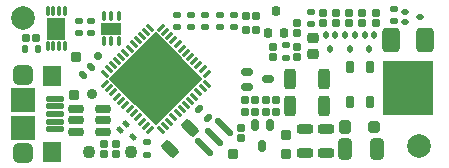
<source format=gts>
G04*
G04 #@! TF.GenerationSoftware,Altium Limited,Altium Designer,21.8.1 (53)*
G04*
G04 Layer_Color=8388736*
%FSLAX24Y24*%
%MOIN*%
G70*
G04*
G04 #@! TF.SameCoordinates,95809A84-84CF-4DA7-BFB4-83C52BA3911F*
G04*
G04*
G04 #@! TF.FilePolarity,Negative*
G04*
G01*
G75*
%ADD14R,0.1681X0.1795*%
%ADD15C,0.0787*%
G04:AMPARAMS|DCode=16|XSize=13.8mil|YSize=33.5mil|CornerRadius=0mil|HoleSize=0mil|Usage=FLASHONLY|Rotation=135.000|XOffset=0mil|YOffset=0mil|HoleType=Round|Shape=Round|*
%AMOVALD16*
21,1,0.0197,0.0138,0.0000,0.0000,225.0*
1,1,0.0138,0.0070,0.0070*
1,1,0.0138,-0.0070,-0.0070*
%
%ADD16OVALD16*%

G04:AMPARAMS|DCode=17|XSize=13.8mil|YSize=33.5mil|CornerRadius=0mil|HoleSize=0mil|Usage=FLASHONLY|Rotation=225.000|XOffset=0mil|YOffset=0mil|HoleType=Round|Shape=Round|*
%AMOVALD17*
21,1,0.0197,0.0138,0.0000,0.0000,315.0*
1,1,0.0138,-0.0070,0.0070*
1,1,0.0138,0.0070,-0.0070*
%
%ADD17OVALD17*%

%ADD18P,0.1754X4X180.0*%
%ADD19P,0.1754X4X90.0*%
G04:AMPARAMS|DCode=20|XSize=17.7mil|YSize=25.6mil|CornerRadius=5.4mil|HoleSize=0mil|Usage=FLASHONLY|Rotation=0.000|XOffset=0mil|YOffset=0mil|HoleType=Round|Shape=RoundedRectangle|*
%AMROUNDEDRECTD20*
21,1,0.0177,0.0148,0,0,0.0*
21,1,0.0069,0.0256,0,0,0.0*
1,1,0.0108,0.0034,-0.0074*
1,1,0.0108,-0.0034,-0.0074*
1,1,0.0108,-0.0034,0.0074*
1,1,0.0108,0.0034,0.0074*
%
%ADD20ROUNDEDRECTD20*%
G04:AMPARAMS|DCode=21|XSize=17.7mil|YSize=25.6mil|CornerRadius=5.4mil|HoleSize=0mil|Usage=FLASHONLY|Rotation=90.000|XOffset=0mil|YOffset=0mil|HoleType=Round|Shape=RoundedRectangle|*
%AMROUNDEDRECTD21*
21,1,0.0177,0.0148,0,0,90.0*
21,1,0.0069,0.0256,0,0,90.0*
1,1,0.0108,0.0074,0.0034*
1,1,0.0108,0.0074,-0.0034*
1,1,0.0108,-0.0074,-0.0034*
1,1,0.0108,-0.0074,0.0034*
%
%ADD21ROUNDEDRECTD21*%
G04:AMPARAMS|DCode=22|XSize=17.7mil|YSize=25.6mil|CornerRadius=5.4mil|HoleSize=0mil|Usage=FLASHONLY|Rotation=45.000|XOffset=0mil|YOffset=0mil|HoleType=Round|Shape=RoundedRectangle|*
%AMROUNDEDRECTD22*
21,1,0.0177,0.0148,0,0,45.0*
21,1,0.0069,0.0256,0,0,45.0*
1,1,0.0108,0.0077,-0.0028*
1,1,0.0108,0.0028,-0.0077*
1,1,0.0108,-0.0077,0.0028*
1,1,0.0108,-0.0028,0.0077*
%
%ADD22ROUNDEDRECTD22*%
G04:AMPARAMS|DCode=23|XSize=23.6mil|YSize=39.4mil|CornerRadius=6.9mil|HoleSize=0mil|Usage=FLASHONLY|Rotation=0.000|XOffset=0mil|YOffset=0mil|HoleType=Round|Shape=RoundedRectangle|*
%AMROUNDEDRECTD23*
21,1,0.0236,0.0256,0,0,0.0*
21,1,0.0098,0.0394,0,0,0.0*
1,1,0.0138,0.0049,-0.0128*
1,1,0.0138,-0.0049,-0.0128*
1,1,0.0138,-0.0049,0.0128*
1,1,0.0138,0.0049,0.0128*
%
%ADD23ROUNDEDRECTD23*%
G04:AMPARAMS|DCode=24|XSize=23.6mil|YSize=39.4mil|CornerRadius=6.9mil|HoleSize=0mil|Usage=FLASHONLY|Rotation=90.000|XOffset=0mil|YOffset=0mil|HoleType=Round|Shape=RoundedRectangle|*
%AMROUNDEDRECTD24*
21,1,0.0236,0.0256,0,0,90.0*
21,1,0.0098,0.0394,0,0,90.0*
1,1,0.0138,0.0128,0.0049*
1,1,0.0138,0.0128,-0.0049*
1,1,0.0138,-0.0128,-0.0049*
1,1,0.0138,-0.0128,0.0049*
%
%ADD24ROUNDEDRECTD24*%
G04:AMPARAMS|DCode=25|XSize=27.6mil|YSize=31.5mil|CornerRadius=7.9mil|HoleSize=0mil|Usage=FLASHONLY|Rotation=180.000|XOffset=0mil|YOffset=0mil|HoleType=Round|Shape=RoundedRectangle|*
%AMROUNDEDRECTD25*
21,1,0.0276,0.0157,0,0,180.0*
21,1,0.0118,0.0315,0,0,180.0*
1,1,0.0157,-0.0059,0.0079*
1,1,0.0157,0.0059,0.0079*
1,1,0.0157,0.0059,-0.0079*
1,1,0.0157,-0.0059,-0.0079*
%
%ADD25ROUNDEDRECTD25*%
G04:AMPARAMS|DCode=26|XSize=27.6mil|YSize=51.2mil|CornerRadius=7.9mil|HoleSize=0mil|Usage=FLASHONLY|Rotation=90.000|XOffset=0mil|YOffset=0mil|HoleType=Round|Shape=RoundedRectangle|*
%AMROUNDEDRECTD26*
21,1,0.0276,0.0354,0,0,90.0*
21,1,0.0118,0.0512,0,0,90.0*
1,1,0.0157,0.0177,0.0059*
1,1,0.0157,0.0177,-0.0059*
1,1,0.0157,-0.0177,-0.0059*
1,1,0.0157,-0.0177,0.0059*
%
%ADD26ROUNDEDRECTD26*%
G04:AMPARAMS|DCode=27|XSize=29.1mil|YSize=21.7mil|CornerRadius=6.4mil|HoleSize=0mil|Usage=FLASHONLY|Rotation=0.000|XOffset=0mil|YOffset=0mil|HoleType=Round|Shape=RoundedRectangle|*
%AMROUNDEDRECTD27*
21,1,0.0291,0.0089,0,0,0.0*
21,1,0.0163,0.0217,0,0,0.0*
1,1,0.0128,0.0082,-0.0044*
1,1,0.0128,-0.0082,-0.0044*
1,1,0.0128,-0.0082,0.0044*
1,1,0.0128,0.0082,0.0044*
%
%ADD27ROUNDEDRECTD27*%
G04:AMPARAMS|DCode=28|XSize=25.6mil|YSize=27.6mil|CornerRadius=7.4mil|HoleSize=0mil|Usage=FLASHONLY|Rotation=0.000|XOffset=0mil|YOffset=0mil|HoleType=Round|Shape=RoundedRectangle|*
%AMROUNDEDRECTD28*
21,1,0.0256,0.0128,0,0,0.0*
21,1,0.0108,0.0276,0,0,0.0*
1,1,0.0148,0.0054,-0.0064*
1,1,0.0148,-0.0054,-0.0064*
1,1,0.0148,-0.0054,0.0064*
1,1,0.0148,0.0054,0.0064*
%
%ADD28ROUNDEDRECTD28*%
G04:AMPARAMS|DCode=29|XSize=25.6mil|YSize=27.6mil|CornerRadius=7.4mil|HoleSize=0mil|Usage=FLASHONLY|Rotation=90.000|XOffset=0mil|YOffset=0mil|HoleType=Round|Shape=RoundedRectangle|*
%AMROUNDEDRECTD29*
21,1,0.0256,0.0128,0,0,90.0*
21,1,0.0108,0.0276,0,0,90.0*
1,1,0.0148,0.0064,0.0054*
1,1,0.0148,0.0064,-0.0054*
1,1,0.0148,-0.0064,-0.0054*
1,1,0.0148,-0.0064,0.0054*
%
%ADD29ROUNDEDRECTD29*%
G04:AMPARAMS|DCode=30|XSize=55.1mil|YSize=31.5mil|CornerRadius=8.9mil|HoleSize=0mil|Usage=FLASHONLY|Rotation=0.000|XOffset=0mil|YOffset=0mil|HoleType=Round|Shape=RoundedRectangle|*
%AMROUNDEDRECTD30*
21,1,0.0551,0.0138,0,0,0.0*
21,1,0.0374,0.0315,0,0,0.0*
1,1,0.0177,0.0187,-0.0069*
1,1,0.0177,-0.0187,-0.0069*
1,1,0.0177,-0.0187,0.0069*
1,1,0.0177,0.0187,0.0069*
%
%ADD30ROUNDEDRECTD30*%
G04:AMPARAMS|DCode=31|XSize=15.7mil|YSize=31.5mil|CornerRadius=4.9mil|HoleSize=0mil|Usage=FLASHONLY|Rotation=180.000|XOffset=0mil|YOffset=0mil|HoleType=Round|Shape=RoundedRectangle|*
%AMROUNDEDRECTD31*
21,1,0.0157,0.0217,0,0,180.0*
21,1,0.0059,0.0315,0,0,180.0*
1,1,0.0098,-0.0030,0.0108*
1,1,0.0098,0.0030,0.0108*
1,1,0.0098,0.0030,-0.0108*
1,1,0.0098,-0.0030,-0.0108*
%
%ADD31ROUNDEDRECTD31*%
%ADD32R,0.0669X0.0433*%
G04:AMPARAMS|DCode=33|XSize=33.5mil|YSize=61mil|CornerRadius=9.4mil|HoleSize=0mil|Usage=FLASHONLY|Rotation=225.000|XOffset=0mil|YOffset=0mil|HoleType=Round|Shape=RoundedRectangle|*
%AMROUNDEDRECTD33*
21,1,0.0335,0.0423,0,0,225.0*
21,1,0.0148,0.0610,0,0,225.0*
1,1,0.0187,-0.0202,0.0097*
1,1,0.0187,-0.0097,0.0202*
1,1,0.0187,0.0202,-0.0097*
1,1,0.0187,0.0097,-0.0202*
%
%ADD33ROUNDEDRECTD33*%
G04:AMPARAMS|DCode=34|XSize=15.7mil|YSize=33.5mil|CornerRadius=4.9mil|HoleSize=0mil|Usage=FLASHONLY|Rotation=0.000|XOffset=0mil|YOffset=0mil|HoleType=Round|Shape=RoundedRectangle|*
%AMROUNDEDRECTD34*
21,1,0.0157,0.0236,0,0,0.0*
21,1,0.0059,0.0335,0,0,0.0*
1,1,0.0098,0.0030,-0.0118*
1,1,0.0098,-0.0030,-0.0118*
1,1,0.0098,-0.0030,0.0118*
1,1,0.0098,0.0030,0.0118*
%
%ADD34ROUNDEDRECTD34*%
%ADD35R,0.0610X0.0728*%
G04:AMPARAMS|DCode=36|XSize=39.4mil|YSize=35.4mil|CornerRadius=9.8mil|HoleSize=0mil|Usage=FLASHONLY|Rotation=0.000|XOffset=0mil|YOffset=0mil|HoleType=Round|Shape=RoundedRectangle|*
%AMROUNDEDRECTD36*
21,1,0.0394,0.0157,0,0,0.0*
21,1,0.0197,0.0354,0,0,0.0*
1,1,0.0197,0.0098,-0.0079*
1,1,0.0197,-0.0098,-0.0079*
1,1,0.0197,-0.0098,0.0079*
1,1,0.0197,0.0098,0.0079*
%
%ADD36ROUNDEDRECTD36*%
G04:AMPARAMS|DCode=37|XSize=29.1mil|YSize=21.7mil|CornerRadius=6.4mil|HoleSize=0mil|Usage=FLASHONLY|Rotation=90.000|XOffset=0mil|YOffset=0mil|HoleType=Round|Shape=RoundedRectangle|*
%AMROUNDEDRECTD37*
21,1,0.0291,0.0089,0,0,90.0*
21,1,0.0163,0.0217,0,0,90.0*
1,1,0.0128,0.0044,0.0082*
1,1,0.0128,0.0044,-0.0082*
1,1,0.0128,-0.0044,-0.0082*
1,1,0.0128,-0.0044,0.0082*
%
%ADD37ROUNDEDRECTD37*%
G04:AMPARAMS|DCode=38|XSize=70.9mil|YSize=47.2mil|CornerRadius=12.8mil|HoleSize=0mil|Usage=FLASHONLY|Rotation=270.000|XOffset=0mil|YOffset=0mil|HoleType=Round|Shape=RoundedRectangle|*
%AMROUNDEDRECTD38*
21,1,0.0709,0.0217,0,0,270.0*
21,1,0.0453,0.0472,0,0,270.0*
1,1,0.0256,-0.0108,-0.0226*
1,1,0.0256,-0.0108,0.0226*
1,1,0.0256,0.0108,0.0226*
1,1,0.0256,0.0108,-0.0226*
%
%ADD38ROUNDEDRECTD38*%
G04:AMPARAMS|DCode=39|XSize=82.7mil|YSize=59.1mil|CornerRadius=15.7mil|HoleSize=0mil|Usage=FLASHONLY|Rotation=90.000|XOffset=0mil|YOffset=0mil|HoleType=Round|Shape=RoundedRectangle|*
%AMROUNDEDRECTD39*
21,1,0.0827,0.0276,0,0,90.0*
21,1,0.0512,0.0591,0,0,90.0*
1,1,0.0315,0.0138,0.0256*
1,1,0.0315,0.0138,-0.0256*
1,1,0.0315,-0.0138,-0.0256*
1,1,0.0315,-0.0138,0.0256*
%
%ADD39ROUNDEDRECTD39*%
G04:AMPARAMS|DCode=40|XSize=29.1mil|YSize=21.7mil|CornerRadius=6.4mil|HoleSize=0mil|Usage=FLASHONLY|Rotation=225.000|XOffset=0mil|YOffset=0mil|HoleType=Round|Shape=RoundedRectangle|*
%AMROUNDEDRECTD40*
21,1,0.0291,0.0089,0,0,225.0*
21,1,0.0163,0.0217,0,0,225.0*
1,1,0.0128,-0.0089,-0.0026*
1,1,0.0128,0.0026,0.0089*
1,1,0.0128,0.0089,0.0026*
1,1,0.0128,-0.0026,-0.0089*
%
%ADD40ROUNDEDRECTD40*%
G04:AMPARAMS|DCode=41|XSize=19.7mil|YSize=78.7mil|CornerRadius=5.9mil|HoleSize=0mil|Usage=FLASHONLY|Rotation=225.000|XOffset=0mil|YOffset=0mil|HoleType=Round|Shape=RoundedRectangle|*
%AMROUNDEDRECTD41*
21,1,0.0197,0.0669,0,0,225.0*
21,1,0.0079,0.0787,0,0,225.0*
1,1,0.0118,-0.0264,0.0209*
1,1,0.0118,-0.0209,0.0264*
1,1,0.0118,0.0264,-0.0209*
1,1,0.0118,0.0209,-0.0264*
%
%ADD41ROUNDEDRECTD41*%
G04:AMPARAMS|DCode=42|XSize=43.3mil|YSize=25.6mil|CornerRadius=7.4mil|HoleSize=0mil|Usage=FLASHONLY|Rotation=270.000|XOffset=0mil|YOffset=0mil|HoleType=Round|Shape=RoundedRectangle|*
%AMROUNDEDRECTD42*
21,1,0.0433,0.0108,0,0,270.0*
21,1,0.0285,0.0256,0,0,270.0*
1,1,0.0148,-0.0054,-0.0143*
1,1,0.0148,-0.0054,0.0143*
1,1,0.0148,0.0054,0.0143*
1,1,0.0148,0.0054,-0.0143*
%
%ADD42ROUNDEDRECTD42*%
G04:AMPARAMS|DCode=43|XSize=39.4mil|YSize=39.4mil|CornerRadius=10.8mil|HoleSize=0mil|Usage=FLASHONLY|Rotation=0.000|XOffset=0mil|YOffset=0mil|HoleType=Round|Shape=RoundedRectangle|*
%AMROUNDEDRECTD43*
21,1,0.0394,0.0177,0,0,0.0*
21,1,0.0177,0.0394,0,0,0.0*
1,1,0.0217,0.0089,-0.0089*
1,1,0.0217,-0.0089,-0.0089*
1,1,0.0217,-0.0089,0.0089*
1,1,0.0217,0.0089,0.0089*
%
%ADD43ROUNDEDRECTD43*%
G04:AMPARAMS|DCode=44|XSize=39.4mil|YSize=47.2mil|CornerRadius=10.8mil|HoleSize=0mil|Usage=FLASHONLY|Rotation=0.000|XOffset=0mil|YOffset=0mil|HoleType=Round|Shape=RoundedRectangle|*
%AMROUNDEDRECTD44*
21,1,0.0394,0.0256,0,0,0.0*
21,1,0.0177,0.0472,0,0,0.0*
1,1,0.0217,0.0089,-0.0128*
1,1,0.0217,-0.0089,-0.0128*
1,1,0.0217,-0.0089,0.0128*
1,1,0.0217,0.0089,0.0128*
%
%ADD44ROUNDEDRECTD44*%
G04:AMPARAMS|DCode=45|XSize=29.1mil|YSize=21.7mil|CornerRadius=6.4mil|HoleSize=0mil|Usage=FLASHONLY|Rotation=135.000|XOffset=0mil|YOffset=0mil|HoleType=Round|Shape=RoundedRectangle|*
%AMROUNDEDRECTD45*
21,1,0.0291,0.0089,0,0,135.0*
21,1,0.0163,0.0217,0,0,135.0*
1,1,0.0128,-0.0026,0.0089*
1,1,0.0128,0.0089,-0.0026*
1,1,0.0128,0.0026,-0.0089*
1,1,0.0128,-0.0089,0.0026*
%
%ADD45ROUNDEDRECTD45*%
%ADD46R,0.0787X0.0787*%
%ADD47R,0.0591X0.0669*%
G04:AMPARAMS|DCode=48|XSize=59.1mil|YSize=19.7mil|CornerRadius=5.9mil|HoleSize=0mil|Usage=FLASHONLY|Rotation=0.000|XOffset=0mil|YOffset=0mil|HoleType=Round|Shape=RoundedRectangle|*
%AMROUNDEDRECTD48*
21,1,0.0591,0.0079,0,0,0.0*
21,1,0.0472,0.0197,0,0,0.0*
1,1,0.0118,0.0236,-0.0039*
1,1,0.0118,-0.0236,-0.0039*
1,1,0.0118,-0.0236,0.0039*
1,1,0.0118,0.0236,0.0039*
%
%ADD48ROUNDEDRECTD48*%
G04:AMPARAMS|DCode=49|XSize=68.9mil|YSize=39.4mil|CornerRadius=10.8mil|HoleSize=0mil|Usage=FLASHONLY|Rotation=90.000|XOffset=0mil|YOffset=0mil|HoleType=Round|Shape=RoundedRectangle|*
%AMROUNDEDRECTD49*
21,1,0.0689,0.0177,0,0,90.0*
21,1,0.0472,0.0394,0,0,90.0*
1,1,0.0217,0.0089,0.0236*
1,1,0.0217,0.0089,-0.0236*
1,1,0.0217,-0.0089,-0.0236*
1,1,0.0217,-0.0089,0.0236*
%
%ADD49ROUNDEDRECTD49*%
G04:AMPARAMS|DCode=50|XSize=3.9mil|YSize=3.9mil|CornerRadius=0mil|HoleSize=0mil|Usage=FLASHONLY|Rotation=90.000|XOffset=0mil|YOffset=0mil|HoleType=Round|Shape=RoundedRectangle|*
%AMROUNDEDRECTD50*
21,1,0.0039,0.0039,0,0,90.0*
21,1,0.0039,0.0039,0,0,90.0*
1,1,0.0000,0.0020,0.0020*
1,1,0.0000,0.0020,-0.0020*
1,1,0.0000,-0.0020,-0.0020*
1,1,0.0000,-0.0020,0.0020*
%
%ADD50ROUNDEDRECTD50*%
G04:AMPARAMS|DCode=51|XSize=35.4mil|YSize=35.4mil|CornerRadius=9.8mil|HoleSize=0mil|Usage=FLASHONLY|Rotation=0.000|XOffset=0mil|YOffset=0mil|HoleType=Round|Shape=RoundedRectangle|*
%AMROUNDEDRECTD51*
21,1,0.0354,0.0157,0,0,0.0*
21,1,0.0157,0.0354,0,0,0.0*
1,1,0.0197,0.0079,-0.0079*
1,1,0.0197,-0.0079,-0.0079*
1,1,0.0197,-0.0079,0.0079*
1,1,0.0197,0.0079,0.0079*
%
%ADD51ROUNDEDRECTD51*%
%ADD52C,0.0276*%
%ADD53C,0.0354*%
G04:AMPARAMS|DCode=54|XSize=35.4mil|YSize=35.4mil|CornerRadius=9.8mil|HoleSize=0mil|Usage=FLASHONLY|Rotation=90.000|XOffset=0mil|YOffset=0mil|HoleType=Round|Shape=RoundedRectangle|*
%AMROUNDEDRECTD54*
21,1,0.0354,0.0157,0,0,90.0*
21,1,0.0157,0.0354,0,0,90.0*
1,1,0.0197,0.0079,0.0079*
1,1,0.0197,0.0079,-0.0079*
1,1,0.0197,-0.0079,-0.0079*
1,1,0.0197,-0.0079,0.0079*
%
%ADD54ROUNDEDRECTD54*%
%ADD55C,0.0433*%
G04:AMPARAMS|DCode=56|XSize=66.9mil|YSize=66.9mil|CornerRadius=17.7mil|HoleSize=0mil|Usage=FLASHONLY|Rotation=0.000|XOffset=0mil|YOffset=0mil|HoleType=Round|Shape=RoundedRectangle|*
%AMROUNDEDRECTD56*
21,1,0.0669,0.0315,0,0,0.0*
21,1,0.0315,0.0669,0,0,0.0*
1,1,0.0354,0.0157,-0.0157*
1,1,0.0354,-0.0157,-0.0157*
1,1,0.0354,-0.0157,0.0157*
1,1,0.0354,0.0157,0.0157*
%
%ADD56ROUNDEDRECTD56*%
D14*
X13360Y-2904D02*
D03*
D15*
X512Y-571D02*
D03*
X13720Y-4843D02*
D03*
D16*
X4777Y-4304D02*
D03*
X4638Y-4164D02*
D03*
X4498Y-4025D02*
D03*
X4359Y-3886D02*
D03*
X4220Y-3747D02*
D03*
X4081Y-3608D02*
D03*
X3942Y-3468D02*
D03*
X3802Y-3329D02*
D03*
X3663Y-3190D02*
D03*
X3524Y-3051D02*
D03*
X3385Y-2912D02*
D03*
X3246Y-2772D02*
D03*
X5125Y-893D02*
D03*
X5264Y-1032D02*
D03*
X5403Y-1172D02*
D03*
X5542Y-1311D02*
D03*
X5682Y-1450D02*
D03*
X5821Y-1589D02*
D03*
X5960Y-1728D02*
D03*
X6099Y-1868D02*
D03*
X6238Y-2007D02*
D03*
X6378Y-2146D02*
D03*
X6517Y-2285D02*
D03*
X6656Y-2424D02*
D03*
D17*
X3246D02*
D03*
X3385Y-2285D02*
D03*
X3524Y-2146D02*
D03*
X3663Y-2007D02*
D03*
X3802Y-1868D02*
D03*
X3942Y-1728D02*
D03*
X4081Y-1589D02*
D03*
X4220Y-1450D02*
D03*
X4359Y-1311D02*
D03*
X4498Y-1172D02*
D03*
X4638Y-1032D02*
D03*
X4777Y-893D02*
D03*
X6656Y-2772D02*
D03*
X6517Y-2912D02*
D03*
X6378Y-3051D02*
D03*
X6238Y-3190D02*
D03*
X6099Y-3329D02*
D03*
X5960Y-3468D02*
D03*
X5821Y-3608D02*
D03*
X5682Y-3747D02*
D03*
X5542Y-3886D02*
D03*
X5403Y-4025D02*
D03*
X5264Y-4164D02*
D03*
X5125Y-4304D02*
D03*
D18*
X5627Y-2596D02*
D03*
X4277Y-2598D02*
D03*
D19*
X4951Y-3272D02*
D03*
X4954Y-1922D02*
D03*
D20*
X10935Y-1142D02*
D03*
X10620D02*
D03*
X10778Y-1614D02*
D03*
X12234Y-1144D02*
D03*
X11919D02*
D03*
X12077Y-1616D02*
D03*
X11427D02*
D03*
X11270Y-1144D02*
D03*
X11585D02*
D03*
D21*
X13747Y-531D02*
D03*
X13274Y-689D02*
D03*
Y-374D02*
D03*
D22*
X3970Y-4092D02*
D03*
X3747Y-4314D02*
D03*
X4193Y-4537D02*
D03*
D23*
X8504Y-4833D02*
D03*
X8248Y-4124D02*
D03*
X8760D02*
D03*
D24*
X8701Y-2618D02*
D03*
X7992Y-2874D02*
D03*
Y-2362D02*
D03*
D25*
X8711Y-1083D02*
D03*
X9222D02*
D03*
X8967Y-354D02*
D03*
D26*
X2293Y-3612D02*
D03*
Y-3986D02*
D03*
Y-4360D02*
D03*
X3199D02*
D03*
Y-3986D02*
D03*
Y-3612D02*
D03*
D27*
X6608Y-465D02*
D03*
Y-874D02*
D03*
X7079Y-465D02*
D03*
Y-874D02*
D03*
X9286Y-1488D02*
D03*
Y-1898D02*
D03*
X4656Y-4717D02*
D03*
Y-5126D02*
D03*
X7549Y-874D02*
D03*
Y-465D02*
D03*
X12891Y-263D02*
D03*
Y-673D02*
D03*
X10129Y-356D02*
D03*
Y-766D02*
D03*
X5667Y-465D02*
D03*
Y-874D02*
D03*
X2382Y-661D02*
D03*
Y-1071D02*
D03*
X2795D02*
D03*
Y-661D02*
D03*
X6137Y-465D02*
D03*
Y-874D02*
D03*
D28*
X7795Y-4252D02*
D03*
X7795Y-4587D02*
D03*
X9675Y-738D02*
D03*
Y-1073D02*
D03*
X9675Y-1526D02*
D03*
Y-1860D02*
D03*
X12279Y-728D02*
D03*
Y-394D02*
D03*
X11845Y-728D02*
D03*
Y-394D02*
D03*
X11411Y-728D02*
D03*
Y-394D02*
D03*
X10977Y-728D02*
D03*
Y-394D02*
D03*
X10543Y-728D02*
D03*
X10543Y-394D02*
D03*
X3238Y-4774D02*
D03*
Y-5108D02*
D03*
X8858Y-1860D02*
D03*
Y-1526D02*
D03*
X3612Y-4774D02*
D03*
Y-5108D02*
D03*
D29*
X8307Y-974D02*
D03*
X7972D02*
D03*
X7972Y-492D02*
D03*
X8307D02*
D03*
X7923Y-3701D02*
D03*
X8258D02*
D03*
X8976Y-3701D02*
D03*
X8642D02*
D03*
X8976Y-3317D02*
D03*
X8642D02*
D03*
X7923Y-3317D02*
D03*
X8258D02*
D03*
X640Y-1230D02*
D03*
X974D02*
D03*
D30*
X10640Y-5069D02*
D03*
Y-4262D02*
D03*
X9931Y-4262D02*
D03*
Y-5069D02*
D03*
D31*
X3219Y-1338D02*
D03*
X3474D02*
D03*
X3730D02*
D03*
X3219Y-511D02*
D03*
X3474D02*
D03*
X3730D02*
D03*
D32*
X3474Y-924D02*
D03*
D33*
X6106Y-4250D02*
D03*
X5418Y-4938D02*
D03*
D34*
X1348Y-354D02*
D03*
X1545D02*
D03*
X1742D02*
D03*
X1939D02*
D03*
Y-1496D02*
D03*
X1742D02*
D03*
X1545D02*
D03*
X1348D02*
D03*
D35*
X1644Y-925D02*
D03*
D36*
X10187Y-1781D02*
D03*
Y-1230D02*
D03*
D37*
X1012Y-1614D02*
D03*
X602D02*
D03*
D38*
X11270Y-4941D02*
D03*
X12333D02*
D03*
D39*
X12795Y-1309D02*
D03*
X13937D02*
D03*
D40*
X6391Y-3601D02*
D03*
X6680Y-3891D02*
D03*
D41*
X7233Y-4204D02*
D03*
X6899Y-4538D02*
D03*
X6564Y-4873D02*
D03*
D42*
X12106Y-3376D02*
D03*
X11417D02*
D03*
Y-2195D02*
D03*
X12106D02*
D03*
D43*
X12215Y-4193D02*
D03*
D44*
X11270D02*
D03*
D45*
X2802Y-2198D02*
D03*
X2513Y-2487D02*
D03*
D46*
X541Y-4242D02*
D03*
Y-3297D02*
D03*
D47*
X1506Y-5030D02*
D03*
Y-2510D02*
D03*
D48*
X1585Y-3770D02*
D03*
Y-4026D02*
D03*
Y-3514D02*
D03*
Y-3258D02*
D03*
Y-4281D02*
D03*
D49*
X9419Y-3504D02*
D03*
X10561D02*
D03*
Y-2608D02*
D03*
X9419D02*
D03*
D50*
X13474Y-3504D02*
D03*
Y-2008D02*
D03*
D51*
X9311Y-5098D02*
D03*
X7530Y-5118D02*
D03*
X2215Y-3140D02*
D03*
D52*
X3027Y-1836D02*
D03*
D53*
X2844Y-3100D02*
D03*
D54*
X9311Y-4469D02*
D03*
X2293Y-1880D02*
D03*
D55*
X2736Y-5039D02*
D03*
X4114Y-5049D02*
D03*
D56*
X541Y-5069D02*
D03*
Y-2470D02*
D03*
M02*

</source>
